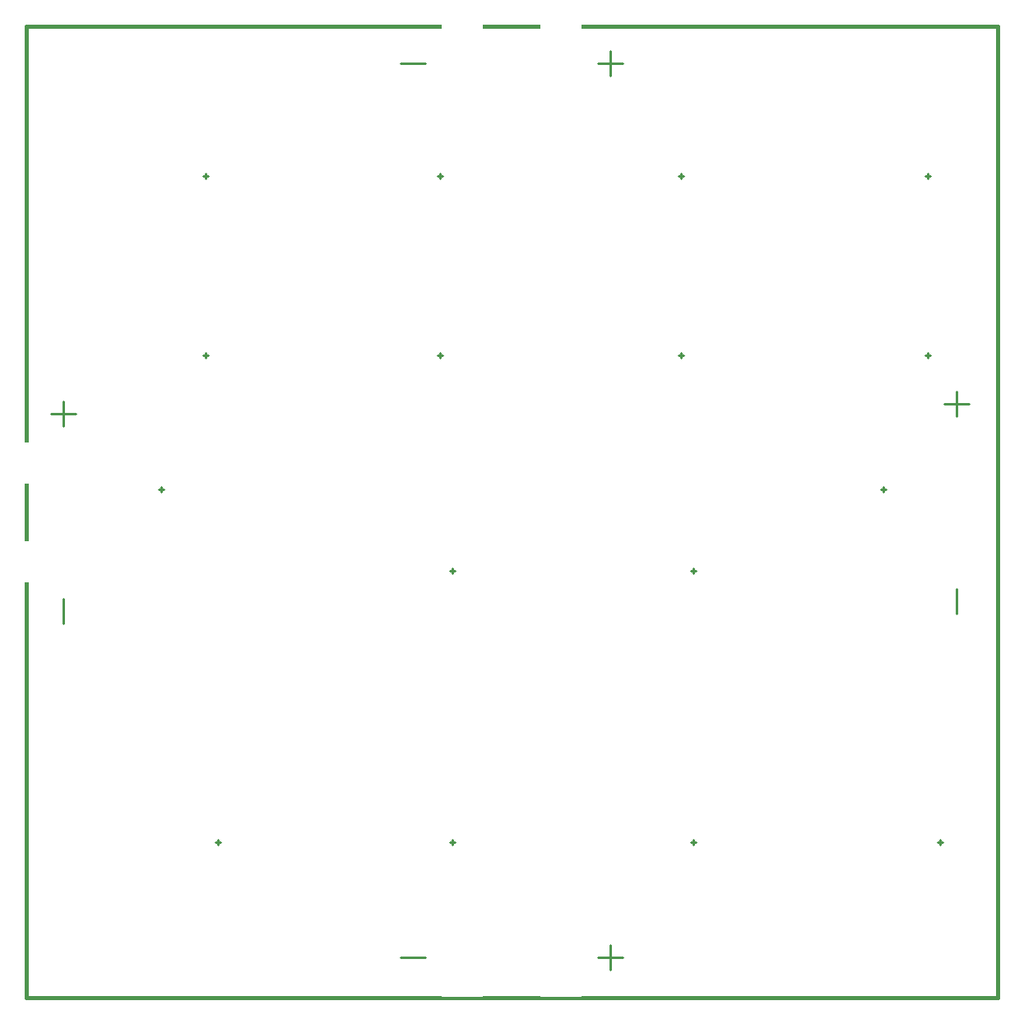
<source format=gbo>
G04 (created by PCBNEW-RS274X (2011-nov-30)-testing) date Tue 21 Aug 2012 11:55:51 AM EDT*
%MOIN*%
G04 Gerber Fmt 3.4, Leading zero omitted, Abs format*
%FSLAX34Y34*%
G01*
G70*
G90*
G04 APERTURE LIST*
%ADD10C,0.006*%
%ADD11C,0.015*%
%ADD12C,0.01*%
%ADD13R,0.07X0.12*%
%ADD14R,0.12X0.07*%
%ADD15C,0.19*%
%ADD16R,0.32X0.17*%
%ADD17R,0.17X0.32*%
G04 APERTURE END LIST*
G54D10*
G54D11*
X24Y-53D02*
X24Y39317D01*
X39394Y-53D02*
X24Y-53D01*
X39394Y39317D02*
X39394Y-53D01*
X24Y39317D02*
X39394Y39317D01*
G54D12*
X5600Y20550D02*
X5400Y20550D01*
X5400Y20550D02*
X5500Y20550D01*
X5500Y20550D02*
X5500Y20450D01*
X5500Y20450D02*
X5500Y20650D01*
X7800Y6150D02*
X7800Y6350D01*
X7800Y6350D02*
X7800Y6250D01*
X7800Y6250D02*
X7700Y6250D01*
X7700Y6250D02*
X7900Y6250D01*
X37050Y6150D02*
X37050Y6350D01*
X37050Y6350D02*
X37050Y6250D01*
X37050Y6250D02*
X36950Y6250D01*
X36950Y6250D02*
X37150Y6250D01*
X26550Y25900D02*
X26550Y26100D01*
X26550Y26100D02*
X26550Y26000D01*
X26550Y26000D02*
X26450Y26000D01*
X26450Y26000D02*
X26650Y26000D01*
X36550Y25900D02*
X36550Y26100D01*
X36550Y26100D02*
X36550Y26000D01*
X36550Y26000D02*
X36450Y26000D01*
X36450Y26000D02*
X36650Y26000D01*
X17300Y17150D02*
X17300Y17350D01*
X17300Y17350D02*
X17300Y17250D01*
X17300Y17250D02*
X17200Y17250D01*
X17200Y17250D02*
X17400Y17250D01*
X27050Y17150D02*
X27050Y17350D01*
X27050Y17350D02*
X27050Y17250D01*
X27050Y17250D02*
X26950Y17250D01*
X26950Y17250D02*
X27150Y17250D01*
X7300Y33150D02*
X7300Y33350D01*
X7300Y33350D02*
X7300Y33250D01*
X7300Y33250D02*
X7200Y33250D01*
X7200Y33250D02*
X7400Y33250D01*
X26550Y33150D02*
X26550Y33350D01*
X26550Y33350D02*
X26550Y33250D01*
X26550Y33250D02*
X26450Y33250D01*
X26450Y33250D02*
X26650Y33250D01*
X16800Y33150D02*
X16800Y33350D01*
X16800Y33350D02*
X16800Y33250D01*
X16800Y33250D02*
X16700Y33250D01*
X16700Y33250D02*
X16900Y33250D01*
X36550Y33150D02*
X36550Y33350D01*
X36550Y33350D02*
X36550Y33250D01*
X36550Y33250D02*
X36450Y33250D01*
X36450Y33250D02*
X36650Y33250D01*
X17300Y6150D02*
X17300Y6350D01*
X17300Y6350D02*
X17300Y6250D01*
X17300Y6250D02*
X17200Y6250D01*
X17200Y6250D02*
X17400Y6250D01*
X37744Y16526D02*
X37744Y15526D01*
X38244Y24026D02*
X37244Y24026D01*
X37744Y24526D02*
X37744Y23526D01*
X16209Y1596D02*
X15209Y1596D01*
X23709Y1096D02*
X23709Y2096D01*
X24209Y1596D02*
X23209Y1596D01*
X16209Y37817D02*
X15209Y37817D01*
X23709Y37317D02*
X23709Y38317D01*
X24209Y37817D02*
X23209Y37817D01*
X1524Y16132D02*
X1524Y15132D01*
X2024Y23632D02*
X1024Y23632D01*
X1524Y24132D02*
X1524Y23132D01*
X27050Y6150D02*
X27050Y6350D01*
X27050Y6350D02*
X27050Y6250D01*
X27050Y6250D02*
X26950Y6250D01*
X26950Y6250D02*
X27150Y6250D01*
X34850Y20550D02*
X34650Y20550D01*
X34650Y20550D02*
X34750Y20550D01*
X34750Y20550D02*
X34750Y20450D01*
X34750Y20450D02*
X34750Y20650D01*
X7300Y25900D02*
X7300Y26100D01*
X7300Y26100D02*
X7300Y26000D01*
X7300Y26000D02*
X7200Y26000D01*
X7200Y26000D02*
X7400Y26000D01*
X16800Y25900D02*
X16800Y26100D01*
X16800Y26100D02*
X16800Y26000D01*
X16800Y26000D02*
X16700Y26000D01*
X16700Y26000D02*
X16900Y26000D01*
%LPC*%
G54D13*
X5000Y19250D03*
X5000Y16250D03*
G54D14*
X6500Y6750D03*
X3500Y6750D03*
X35750Y6750D03*
X32750Y6750D03*
X25750Y26000D03*
X22750Y26000D03*
G54D15*
X1500Y1250D03*
X38000Y1250D03*
X38000Y37750D03*
X1500Y37750D03*
G54D14*
X35750Y26000D03*
X32750Y26000D03*
X16000Y17750D03*
X13000Y17750D03*
X25750Y17750D03*
X22750Y17750D03*
X6500Y33250D03*
X3500Y33250D03*
X25750Y33250D03*
X22750Y33250D03*
X16000Y33250D03*
X13000Y33250D03*
X35750Y33250D03*
X32750Y33250D03*
X16000Y6750D03*
X13000Y6750D03*
G54D16*
X37744Y22026D03*
X37744Y18026D03*
G54D17*
X21709Y1596D03*
X17709Y1596D03*
X21709Y37817D03*
X17709Y37817D03*
G54D16*
X1524Y21632D03*
X1524Y17632D03*
G54D14*
X25750Y6750D03*
X22750Y6750D03*
G54D13*
X34250Y19250D03*
X34250Y16250D03*
G54D14*
X6500Y26000D03*
X3500Y26000D03*
X16000Y26000D03*
X13000Y26000D03*
M02*

</source>
